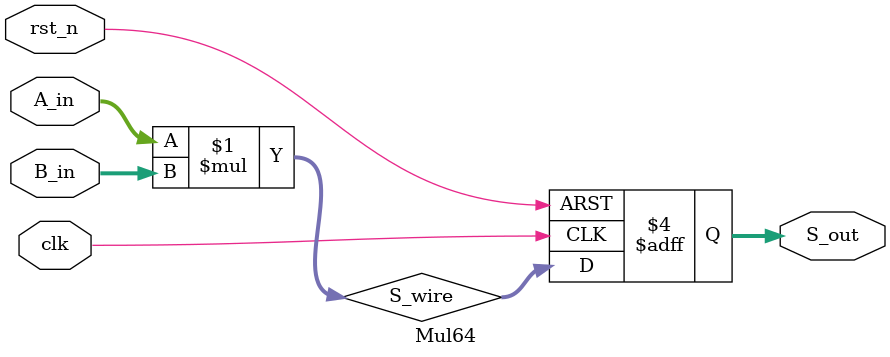
<source format=v>
`include "define.v"                         
 module Mul64(S_out,                           
 		     A_in,                               
 		     B_in,                               
              rst_n,                           
              clk                              
              ) ;                              
                                               
 parameter P_WIDTH    = 64 ;                   
 parameter PD_WIDTH   = 128 ;                  
 parameter PD_ZERO    = 128'h0 ;               
                                               
                                               
 output[PD_WIDTH-1:0] S_out ;                  
                                               
                                               
 input [P_WIDTH-1:0] A_in ;                    
 input [P_WIDTH-1:0] B_in ;                    
 input               rst_n ;                   
 input               clk ;                     
                                               
 wire [PD_WIDTH-1:0] S_wire ;                  
                                               
 reg [PD_WIDTH-1:0] S_out ;                    
 	                                             
 	//Mul                                        
 	assign S_wire = A_in*B_in ;                  
                                               
 	//                                           
 	always @(posedge clk or negedge rst_n) begin 
 		if(~rst_n) begin                         
 			S_out <= PD_ZERO ;                   
 		end                                      
 		else begin                               
 			S_out <= S_wire ;                    
 		end                                      
 	end                                          
                                               
                                               
 				                                 
 endmodule                                     

</source>
